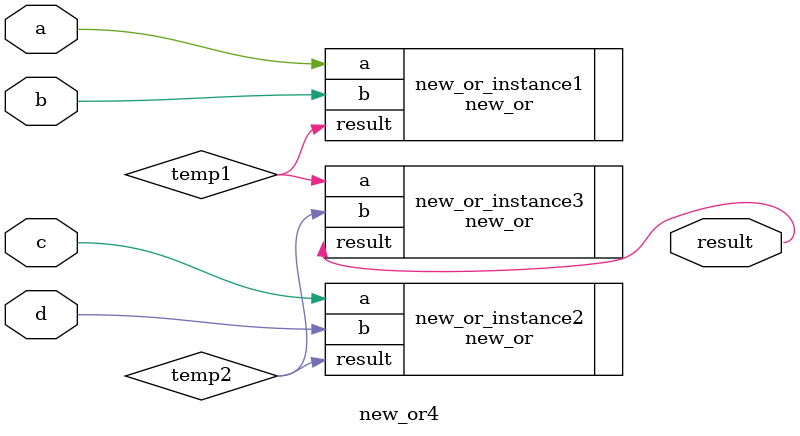
<source format=v>
`timescale 1ns / 1ps


module new_or4(
    input a,
    input b,
    input c,
    input d,
    output result
    );
    
    wire temp1, temp2;
    
    new_or new_or_instance1(
        .a(a),
        .b(b),
        .result(temp1)
    );
    
    new_or new_or_instance2(
        .a(c),
        .b(d),
        .result(temp2)
    );
    
    new_or new_or_instance3(
        .a(temp1),
        .b(temp2),
        .result(result)
    );
    
endmodule

</source>
